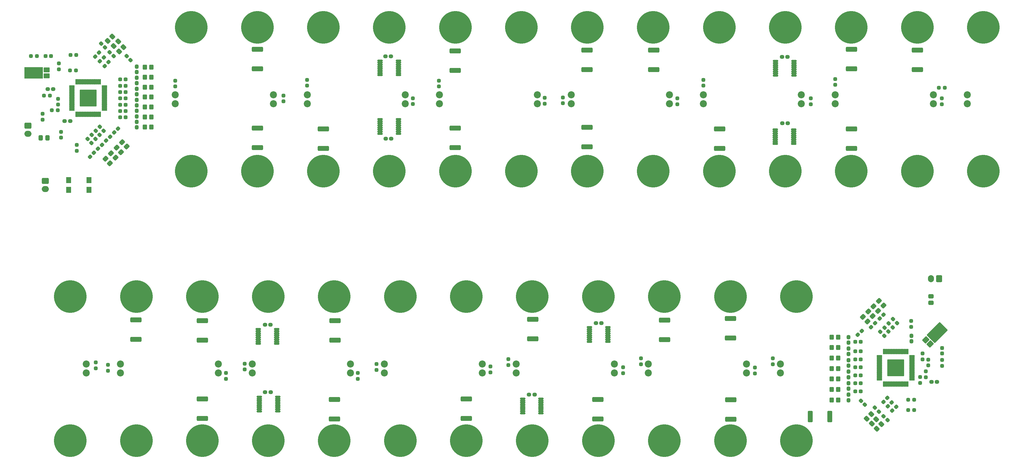
<source format=gbr>
%TF.GenerationSoftware,KiCad,Pcbnew,7.0.8*%
%TF.CreationDate,2023-12-06T14:39:46-05:00*%
%TF.ProjectId,BMS1,424d5331-2e6b-4696-9361-645f70636258,1*%
%TF.SameCoordinates,Original*%
%TF.FileFunction,Soldermask,Top*%
%TF.FilePolarity,Negative*%
%FSLAX46Y46*%
G04 Gerber Fmt 4.6, Leading zero omitted, Abs format (unit mm)*
G04 Created by KiCad (PCBNEW 7.0.8) date 2023-12-06 14:39:46*
%MOMM*%
%LPD*%
G01*
G04 APERTURE LIST*
G04 Aperture macros list*
%AMRoundRect*
0 Rectangle with rounded corners*
0 $1 Rounding radius*
0 $2 $3 $4 $5 $6 $7 $8 $9 X,Y pos of 4 corners*
0 Add a 4 corners polygon primitive as box body*
4,1,4,$2,$3,$4,$5,$6,$7,$8,$9,$2,$3,0*
0 Add four circle primitives for the rounded corners*
1,1,$1+$1,$2,$3*
1,1,$1+$1,$4,$5*
1,1,$1+$1,$6,$7*
1,1,$1+$1,$8,$9*
0 Add four rect primitives between the rounded corners*
20,1,$1+$1,$2,$3,$4,$5,0*
20,1,$1+$1,$4,$5,$6,$7,0*
20,1,$1+$1,$6,$7,$8,$9,0*
20,1,$1+$1,$8,$9,$2,$3,0*%
G04 Aperture macros list end*
%ADD10RoundRect,0.349999X-1.425001X0.450001X-1.425001X-0.450001X1.425001X-0.450001X1.425001X0.450001X0*%
%ADD11RoundRect,0.350000X-0.350000X-0.450000X0.350000X-0.450000X0.350000X0.450000X-0.350000X0.450000X0*%
%ADD12RoundRect,0.337500X-0.044194X-0.380070X0.380070X0.044194X0.044194X0.380070X-0.380070X-0.044194X0*%
%ADD13RoundRect,0.337500X0.371231X-0.035355X-0.035355X0.371231X-0.371231X0.035355X0.035355X-0.371231X0*%
%ADD14RoundRect,0.337500X-0.237500X0.300000X-0.237500X-0.300000X0.237500X-0.300000X0.237500X0.300000X0*%
%ADD15C,10.200000*%
%ADD16C,2.200000*%
%ADD17RoundRect,0.200000X-0.637500X-0.100000X0.637500X-0.100000X0.637500X0.100000X-0.637500X0.100000X0*%
%ADD18RoundRect,0.337500X0.380070X-0.044194X-0.044194X0.380070X-0.380070X0.044194X0.044194X-0.380070X0*%
%ADD19RoundRect,0.337500X0.300000X0.237500X-0.300000X0.237500X-0.300000X-0.237500X0.300000X-0.237500X0*%
%ADD20RoundRect,0.337500X0.237500X-0.250000X0.237500X0.250000X-0.237500X0.250000X-0.237500X-0.250000X0*%
%ADD21RoundRect,0.337500X-0.237500X0.250000X-0.237500X-0.250000X0.237500X-0.250000X0.237500X0.250000X0*%
%ADD22RoundRect,0.337500X0.250000X0.237500X-0.250000X0.237500X-0.250000X-0.237500X0.250000X-0.237500X0*%
%ADD23RoundRect,0.350000X-0.565685X-0.070711X-0.070711X-0.565685X0.565685X0.070711X0.070711X0.565685X0*%
%ADD24RoundRect,0.100000X2.785600X1.705400X-2.785600X1.705400X-2.785600X-1.705400X2.785600X-1.705400X0*%
%ADD25RoundRect,0.100000X0.801600X0.695000X-0.801600X0.695000X-0.801600X-0.695000X0.801600X-0.695000X0*%
%ADD26RoundRect,0.100000X0.700000X0.825000X-0.700000X0.825000X-0.700000X-0.825000X0.700000X-0.825000X0*%
%ADD27RoundRect,0.337500X0.237500X-0.300000X0.237500X0.300000X-0.237500X0.300000X-0.237500X-0.300000X0*%
%ADD28RoundRect,0.100000X0.125000X0.750000X-0.125000X0.750000X-0.125000X-0.750000X0.125000X-0.750000X0*%
%ADD29RoundRect,0.100000X0.750000X-0.125000X0.750000X0.125000X-0.750000X0.125000X-0.750000X-0.125000X0*%
%ADD30RoundRect,0.100000X2.500000X-2.500000X2.500000X2.500000X-2.500000X2.500000X-2.500000X-2.500000X0*%
%ADD31RoundRect,0.337500X0.035355X0.371231X-0.371231X-0.035355X-0.035355X-0.371231X0.371231X0.035355X0*%
%ADD32RoundRect,0.337500X0.287500X0.237500X-0.287500X0.237500X-0.287500X-0.237500X0.287500X-0.237500X0*%
%ADD33RoundRect,0.349999X1.425001X-0.450001X1.425001X0.450001X-1.425001X0.450001X-1.425001X-0.450001X0*%
%ADD34RoundRect,0.350000X0.565685X0.070711X0.070711X0.565685X-0.565685X-0.070711X-0.070711X-0.565685X0*%
%ADD35RoundRect,0.337500X-0.035355X-0.371231X0.371231X0.035355X0.035355X0.371231X-0.371231X-0.035355X0*%
%ADD36RoundRect,0.350000X0.350000X0.450000X-0.350000X0.450000X-0.350000X-0.450000X0.350000X-0.450000X0*%
%ADD37RoundRect,0.350000X0.600000X0.750000X-0.600000X0.750000X-0.600000X-0.750000X0.600000X-0.750000X0*%
%ADD38O,1.900000X2.200000*%
%ADD39RoundRect,0.337500X-0.371231X0.035355X0.035355X-0.371231X0.371231X-0.035355X-0.035355X0.371231X0*%
%ADD40RoundRect,0.100000X-0.763817X-3.175617X3.175617X0.763817X0.763817X3.175617X-3.175617X-0.763817X0*%
%ADD41RoundRect,0.100000X-0.075378X-1.058256X1.058256X0.075378X0.075378X1.058256X-1.058256X-0.075378X0*%
%ADD42RoundRect,0.350000X-0.070711X0.565685X-0.565685X0.070711X0.070711X-0.565685X0.565685X-0.070711X0*%
%ADD43RoundRect,0.350000X-0.750000X0.600000X-0.750000X-0.600000X0.750000X-0.600000X0.750000X0.600000X0*%
%ADD44O,2.200000X1.900000*%
%ADD45RoundRect,0.337500X-0.250000X-0.237500X0.250000X-0.237500X0.250000X0.237500X-0.250000X0.237500X0*%
%ADD46RoundRect,0.337500X-0.300000X-0.237500X0.300000X-0.237500X0.300000X0.237500X-0.300000X0.237500X0*%
%ADD47RoundRect,0.337500X0.237500X-0.287500X0.237500X0.287500X-0.237500X0.287500X-0.237500X-0.287500X0*%
%ADD48RoundRect,0.337500X-0.287500X-0.237500X0.287500X-0.237500X0.287500X0.237500X-0.287500X0.237500X0*%
%ADD49RoundRect,0.337500X-0.380070X0.044194X0.044194X-0.380070X0.380070X-0.044194X-0.044194X0.380070X0*%
%ADD50RoundRect,0.337500X0.044194X0.380070X-0.380070X-0.044194X-0.044194X-0.380070X0.380070X0.044194X0*%
%ADD51RoundRect,0.350000X-0.337500X-0.475000X0.337500X-0.475000X0.337500X0.475000X-0.337500X0.475000X0*%
%ADD52RoundRect,0.349999X-0.450001X-1.425001X0.450001X-1.425001X0.450001X1.425001X-0.450001X1.425001X0*%
%ADD53RoundRect,0.350000X0.070711X-0.565685X0.565685X-0.070711X-0.070711X0.565685X-0.565685X0.070711X0*%
%ADD54RoundRect,0.350000X0.475000X-0.337500X0.475000X0.337500X-0.475000X0.337500X-0.475000X-0.337500X0*%
%ADD55RoundRect,0.100000X-0.125000X-0.750000X0.125000X-0.750000X0.125000X0.750000X-0.125000X0.750000X0*%
%ADD56RoundRect,0.100000X-0.750000X0.125000X-0.750000X-0.125000X0.750000X-0.125000X0.750000X0.125000X0*%
%ADD57RoundRect,0.100000X-2.500000X2.500000X-2.500000X-2.500000X2.500000X-2.500000X2.500000X2.500000X0*%
G04 APERTURE END LIST*
D10*
%TO.C,R31*%
X129858000Y-125220000D03*
X129858000Y-131320000D03*
%TD*%
D11*
%TO.C,R24*%
X284912000Y-133658500D03*
X286912000Y-133658500D03*
%TD*%
D12*
%TO.C,C28*%
X55917598Y-71468696D03*
X57137358Y-70248936D03*
%TD*%
D13*
%TO.C,L23*%
X53888718Y-69672718D03*
X52651282Y-68435282D03*
%TD*%
D14*
%TO.C,C20*%
X290152000Y-137565500D03*
X290152000Y-139290500D03*
%TD*%
D15*
%TO.C,B3*%
X232676000Y-162708000D03*
X232676000Y-117708000D03*
D16*
X227676000Y-138808000D03*
X227676000Y-141608000D03*
%TD*%
D17*
%TO.C,U5*%
X105933500Y-127898000D03*
X105933500Y-128548000D03*
X105933500Y-129198000D03*
X105933500Y-129848000D03*
X105933500Y-130498000D03*
X105933500Y-131148000D03*
X105933500Y-131798000D03*
X105933500Y-132448000D03*
X111658500Y-132448000D03*
X111658500Y-131798000D03*
X111658500Y-131148000D03*
X111658500Y-130498000D03*
X111658500Y-129848000D03*
X111658500Y-129198000D03*
X111658500Y-128548000D03*
X111658500Y-127898000D03*
%TD*%
D13*
%TO.C,L24*%
X55158719Y-68402717D03*
X53921283Y-67165281D03*
%TD*%
D15*
%TO.C,B2*%
X253296000Y-117707999D03*
X253296000Y-162707999D03*
D16*
X258296000Y-141607999D03*
X258296000Y-138807999D03*
%TD*%
D12*
%TO.C,C30*%
X60964105Y-66422189D03*
X62183865Y-65202429D03*
%TD*%
D18*
%TO.C,C38*%
X60788100Y-42536100D03*
X59568340Y-41316340D03*
%TD*%
D19*
%TO.C,C1*%
X109798105Y-147545185D03*
X108073105Y-147545185D03*
%TD*%
%TO.C,C8*%
X271219000Y-63500000D03*
X269494000Y-63500000D03*
%TD*%
%TO.C,C2*%
X271118499Y-42775500D03*
X269393499Y-42775500D03*
%TD*%
D15*
%TO.C,B4*%
X212076000Y-117708000D03*
X212076000Y-162708000D03*
D16*
X217076000Y-141608000D03*
X217076000Y-138808000D03*
%TD*%
D20*
%TO.C,R45*%
X178372000Y-141374500D03*
X178372000Y-139549500D03*
%TD*%
D15*
%TO.C,B16*%
X270444000Y-33532500D03*
X270444000Y-78532500D03*
D16*
X275444000Y-57432500D03*
X275444000Y-54632500D03*
%TD*%
D21*
%TO.C,R51*%
X55182000Y-138279500D03*
X55182000Y-140104500D03*
%TD*%
D15*
%TO.C,B15*%
X291044000Y-78532500D03*
X291044000Y-33532500D03*
D16*
X286044000Y-54632500D03*
X286044000Y-57432500D03*
%TD*%
D22*
%TO.C,R4*%
X310626000Y-149987000D03*
X308801000Y-149987000D03*
%TD*%
D23*
%TO.C,R17*%
X296309573Y-122398012D03*
X297723787Y-123812226D03*
%TD*%
D24*
%TO.C,Q2*%
X35821900Y-47752000D03*
D25*
X39905499Y-48672001D03*
X39905499Y-46831999D03*
%TD*%
D20*
%TO.C,R44*%
X183960000Y-139088500D03*
X183960000Y-137263500D03*
%TD*%
D15*
%TO.C,B19*%
X208644000Y-78532500D03*
X208644000Y-33532500D03*
D16*
X203644000Y-54632500D03*
X203644000Y-57432500D03*
%TD*%
D15*
%TO.C,B13*%
X332244000Y-78532500D03*
X332244000Y-33532500D03*
D16*
X327244000Y-54632500D03*
X327244000Y-57432500D03*
%TD*%
D26*
%TO.C,T1*%
X53086000Y-84328000D03*
X53086000Y-81280000D03*
X46736000Y-81280000D03*
X46736000Y-84328000D03*
%TD*%
D21*
%TO.C,R5*%
X315044000Y-137412000D03*
X315044000Y-139237000D03*
%TD*%
D27*
%TO.C,C34*%
X68002000Y-54460149D03*
X68002000Y-52735149D03*
%TD*%
D20*
%TO.C,R84*%
X278384000Y-57554500D03*
X278384000Y-55729500D03*
%TD*%
D18*
%TO.C,C39*%
X58096000Y-39844000D03*
X56876240Y-38624240D03*
%TD*%
D28*
%TO.C,U10*%
X49082000Y-60701000D03*
X49582000Y-60701000D03*
X50082000Y-60701000D03*
X50582000Y-60701000D03*
X51082000Y-60701000D03*
X51582000Y-60701000D03*
X52082000Y-60701000D03*
X52582000Y-60701000D03*
X53082000Y-60701000D03*
X53582000Y-60701000D03*
X54082000Y-60701000D03*
X54582000Y-60701000D03*
X55082000Y-60701000D03*
X55582000Y-60701000D03*
X56082000Y-60701000D03*
X56582000Y-60701000D03*
D29*
X57907000Y-59376000D03*
X57907000Y-58876000D03*
X57907000Y-58376000D03*
X57907000Y-57876000D03*
X57907000Y-57376000D03*
X57907000Y-56876000D03*
X57907000Y-56376000D03*
X57907000Y-55876000D03*
X57907000Y-55376000D03*
X57907000Y-54876000D03*
X57907000Y-54376000D03*
X57907000Y-53876000D03*
X57907000Y-53376000D03*
X57907000Y-52876000D03*
X57907000Y-52376000D03*
X57907000Y-51876000D03*
D28*
X56582000Y-50551000D03*
X56082000Y-50551000D03*
X55582000Y-50551000D03*
X55082000Y-50551000D03*
X54582000Y-50551000D03*
X54082000Y-50551000D03*
X53582000Y-50551000D03*
X53082000Y-50551000D03*
X52582000Y-50551000D03*
X52082000Y-50551000D03*
X51582000Y-50551000D03*
X51082000Y-50551000D03*
X50582000Y-50551000D03*
X50082000Y-50551000D03*
X49582000Y-50551000D03*
X49082000Y-50551000D03*
D29*
X47757000Y-51876000D03*
X47757000Y-52376000D03*
X47757000Y-52876000D03*
X47757000Y-53376000D03*
X47757000Y-53876000D03*
X47757000Y-54376000D03*
X47757000Y-54876000D03*
X47757000Y-55376000D03*
X47757000Y-55876000D03*
X47757000Y-56376000D03*
X47757000Y-56876000D03*
X47757000Y-57376000D03*
X47757000Y-57876000D03*
X47757000Y-58376000D03*
X47757000Y-58876000D03*
X47757000Y-59376000D03*
D30*
X52832000Y-55626000D03*
%TD*%
D20*
%TO.C,R85*%
X244856000Y-51759500D03*
X244856000Y-49934500D03*
%TD*%
D15*
%TO.C,B20*%
X188044000Y-33532500D03*
X188044000Y-78532500D03*
D16*
X193044000Y-57432500D03*
X193044000Y-54632500D03*
%TD*%
D31*
%TO.C,L18*%
X57730038Y-42902601D03*
X56492602Y-44140037D03*
%TD*%
D20*
%TO.C,R40*%
X266510000Y-138834500D03*
X266510000Y-137009500D03*
%TD*%
D19*
%TO.C,C3*%
X192188500Y-148336001D03*
X190463500Y-148336001D03*
%TD*%
D14*
%TO.C,C32*%
X68002000Y-59643949D03*
X68002000Y-61368949D03*
%TD*%
D32*
%TO.C,L28*%
X64559001Y-57729800D03*
X62809001Y-57729800D03*
%TD*%
D33*
%TO.C,R67*%
X291084000Y-71376000D03*
X291084000Y-65276000D03*
%TD*%
D34*
%TO.C,R58*%
X59632707Y-76043507D03*
X58218493Y-74629293D03*
%TD*%
D10*
%TO.C,R72*%
X311658000Y-40636000D03*
X311658000Y-46736000D03*
%TD*%
D35*
%TO.C,L15*%
X301046682Y-150622218D03*
X302284118Y-149384782D03*
%TD*%
D36*
%TO.C,R65*%
X72542000Y-55338000D03*
X70542000Y-55338000D03*
%TD*%
D37*
%TO.C,J3*%
X318413000Y-112141000D03*
D38*
X315913000Y-112141000D03*
%TD*%
D39*
%TO.C,L7*%
X304049282Y-124755282D03*
X305286718Y-125992718D03*
%TD*%
D17*
%TO.C,U4*%
X143980315Y-43920475D03*
X143980315Y-44570475D03*
X143980315Y-45220475D03*
X143980315Y-45870475D03*
X143980315Y-46520475D03*
X143980315Y-47170475D03*
X143980315Y-47820475D03*
X143980315Y-48470475D03*
X149705315Y-48470475D03*
X149705315Y-47820475D03*
X149705315Y-47170475D03*
X149705315Y-46520475D03*
X149705315Y-45870475D03*
X149705315Y-45220475D03*
X149705315Y-44570475D03*
X149705315Y-43920475D03*
%TD*%
D14*
%TO.C,C21*%
X290152000Y-141168759D03*
X290152000Y-142893759D03*
%TD*%
D15*
%TO.C,B18*%
X229244000Y-33532500D03*
X229244000Y-78532500D03*
D16*
X234244000Y-57432500D03*
X234244000Y-54632500D03*
%TD*%
D17*
%TO.C,U6*%
X188463500Y-149617000D03*
X188463500Y-150267000D03*
X188463500Y-150917000D03*
X188463500Y-151567000D03*
X188463500Y-152217000D03*
X188463500Y-152867000D03*
X188463500Y-153517000D03*
X188463500Y-154167000D03*
X194188500Y-154167000D03*
X194188500Y-153517000D03*
X194188500Y-152867000D03*
X194188500Y-152217000D03*
X194188500Y-151567000D03*
X194188500Y-150917000D03*
X194188500Y-150267000D03*
X194188500Y-149617000D03*
%TD*%
D22*
%TO.C,R81*%
X320214000Y-52451000D03*
X318389000Y-52451000D03*
%TD*%
D27*
%TO.C,C35*%
X68002000Y-51005749D03*
X68002000Y-49280749D03*
%TD*%
D20*
%TO.C,R88*%
X195326000Y-57404000D03*
X195326000Y-55579000D03*
%TD*%
D40*
%TO.C,Q1*%
X317852202Y-128997798D03*
D41*
X314314123Y-131234799D03*
X315615201Y-132535877D03*
%TD*%
D21*
%TO.C,R47*%
X136970000Y-141581500D03*
X136970000Y-143406500D03*
%TD*%
D17*
%TO.C,U3*%
X267393500Y-44056500D03*
X267393500Y-44706500D03*
X267393500Y-45356500D03*
X267393500Y-46006500D03*
X267393500Y-46656500D03*
X267393500Y-47306500D03*
X267393500Y-47956500D03*
X267393500Y-48606500D03*
X273118500Y-48606500D03*
X273118500Y-47956500D03*
X273118500Y-47306500D03*
X273118500Y-46656500D03*
X273118500Y-46006500D03*
X273118500Y-45356500D03*
X273118500Y-44706500D03*
X273118500Y-44056500D03*
%TD*%
D20*
%TO.C,R95*%
X319405000Y-139342500D03*
X319405000Y-137517500D03*
%TD*%
D11*
%TO.C,R22*%
X284912000Y-150027200D03*
X286912000Y-150027200D03*
%TD*%
D23*
%TO.C,R20*%
X297966673Y-120755113D03*
X299380887Y-122169327D03*
%TD*%
D21*
%TO.C,R1*%
X313266000Y-135483500D03*
X313266000Y-137308500D03*
%TD*%
D20*
%TO.C,R89*%
X162306000Y-52013500D03*
X162306000Y-50188500D03*
%TD*%
D15*
%TO.C,B6*%
X170876000Y-117707999D03*
X170876000Y-162707999D03*
D16*
X175876000Y-141607999D03*
X175876000Y-138807999D03*
%TD*%
D15*
%TO.C,B17*%
X249844000Y-78532500D03*
X249844000Y-33532500D03*
D16*
X244844000Y-54632500D03*
X244844000Y-57432500D03*
%TD*%
D36*
%TO.C,R61*%
X72542000Y-45953149D03*
X70542000Y-45953149D03*
%TD*%
D14*
%TO.C,C23*%
X290152001Y-148375280D03*
X290152001Y-150100280D03*
%TD*%
D32*
%TO.C,L29*%
X64559000Y-53771700D03*
X62809000Y-53771700D03*
%TD*%
D21*
%TO.C,R50*%
X58992000Y-139041500D03*
X58992000Y-140866500D03*
%TD*%
D14*
%TO.C,C22*%
X290152000Y-144772020D03*
X290152000Y-146497020D03*
%TD*%
D21*
%TO.C,R48*%
X101664000Y-138684000D03*
X101664000Y-140509000D03*
%TD*%
D15*
%TO.C,B21*%
X167444000Y-78532500D03*
X167444000Y-33532500D03*
D16*
X162444000Y-54632500D03*
X162444000Y-57432500D03*
%TD*%
D33*
%TO.C,R30*%
X253429000Y-156085000D03*
X253429000Y-149985000D03*
%TD*%
D15*
%TO.C,B14*%
X311644000Y-33532500D03*
X311644000Y-78532500D03*
D16*
X316644000Y-57432500D03*
X316644000Y-54632500D03*
%TD*%
D42*
%TO.C,R53*%
X62215827Y-37948713D03*
X60801613Y-39362927D03*
%TD*%
D20*
%TO.C,R90*%
X154178000Y-57531000D03*
X154178000Y-55706000D03*
%TD*%
D19*
%TO.C,C14*%
X47217500Y-62865000D03*
X45492500Y-62865000D03*
%TD*%
D43*
%TO.C,J2*%
X34053000Y-64282000D03*
D44*
X34053000Y-66782000D03*
%TD*%
D20*
%TO.C,R91*%
X121158000Y-51759500D03*
X121158000Y-49934500D03*
%TD*%
D15*
%TO.C,B9*%
X109076000Y-162707999D03*
X109076000Y-117707999D03*
D16*
X104076000Y-138807999D03*
X104076000Y-141607999D03*
%TD*%
D17*
%TO.C,U8*%
X267325000Y-65428500D03*
X267325000Y-66078500D03*
X267325000Y-66728500D03*
X267325000Y-67378500D03*
X267325000Y-68028500D03*
X267325000Y-68678500D03*
X267325000Y-69328500D03*
X267325000Y-69978500D03*
X273050000Y-69978500D03*
X273050000Y-69328500D03*
X273050000Y-68678500D03*
X273050000Y-68028500D03*
X273050000Y-67378500D03*
X273050000Y-66728500D03*
X273050000Y-66078500D03*
X273050000Y-65428500D03*
%TD*%
D33*
%TO.C,R69*%
X105664000Y-71122000D03*
X105664000Y-65022000D03*
%TD*%
D15*
%TO.C,B24*%
X105644000Y-33532500D03*
X105644000Y-78532500D03*
D16*
X110644000Y-57432500D03*
X110644000Y-54632500D03*
%TD*%
D45*
%TO.C,R94*%
X35005000Y-42545000D03*
X36830000Y-42545000D03*
%TD*%
D10*
%TO.C,R75*%
X105664000Y-40384000D03*
X105664000Y-46484000D03*
%TD*%
D45*
%TO.C,R8*%
X47324000Y-42164000D03*
X49149000Y-42164000D03*
%TD*%
D33*
%TO.C,R77*%
X126238000Y-71376000D03*
X126238000Y-65276000D03*
%TD*%
D15*
%TO.C,B8*%
X129676000Y-117708000D03*
X129676000Y-162708000D03*
D16*
X134676000Y-141608000D03*
X134676000Y-138808000D03*
%TD*%
D36*
%TO.C,R52*%
X72542000Y-49081434D03*
X70542000Y-49081434D03*
%TD*%
D34*
%TO.C,R59*%
X61376907Y-74299307D03*
X59962693Y-72885093D03*
%TD*%
D45*
%TO.C,R9*%
X47197000Y-46990000D03*
X49022000Y-46990000D03*
%TD*%
D31*
%TO.C,L27*%
X59214938Y-44387502D03*
X57977502Y-45624938D03*
%TD*%
D11*
%TO.C,R23*%
X284912000Y-130384800D03*
X286912000Y-130384800D03*
%TD*%
D34*
%TO.C,R13*%
X301087987Y-120476427D03*
X299673773Y-119062213D03*
%TD*%
D46*
%TO.C,C12*%
X40185000Y-52832000D03*
X41910000Y-52832000D03*
%TD*%
D12*
%TO.C,C27*%
X53394345Y-73991949D03*
X54614105Y-72772189D03*
%TD*%
D20*
%TO.C,R79*%
X49276000Y-72136000D03*
X49276000Y-70311000D03*
%TD*%
D36*
%TO.C,R64*%
X72542000Y-58466283D03*
X70542000Y-58466283D03*
%TD*%
D47*
%TO.C,D2*%
X319405000Y-135495000D03*
X319405000Y-133745000D03*
%TD*%
D10*
%TO.C,R74*%
X229362000Y-40638000D03*
X229362000Y-46738000D03*
%TD*%
D20*
%TO.C,R43*%
X219774000Y-141628500D03*
X219774000Y-139803500D03*
%TD*%
D19*
%TO.C,C4*%
X147350815Y-42639474D03*
X145625815Y-42639474D03*
%TD*%
D48*
%TO.C,D1*%
X39525001Y-42545000D03*
X41275001Y-42545000D03*
%TD*%
D36*
%TO.C,R62*%
X72542000Y-64722849D03*
X70542000Y-64722849D03*
%TD*%
D49*
%TO.C,C24*%
X294052120Y-150264120D03*
X295271880Y-151483880D03*
%TD*%
D21*
%TO.C,R87*%
X201041000Y-55428500D03*
X201041000Y-57253500D03*
%TD*%
D10*
%TO.C,R78*%
X208534000Y-40638000D03*
X208534000Y-46738000D03*
%TD*%
%TO.C,R37*%
X88476000Y-125220000D03*
X88476000Y-131320000D03*
%TD*%
D15*
%TO.C,B10*%
X88476000Y-117708000D03*
X88476000Y-162708000D03*
D16*
X93476000Y-141608000D03*
X93476000Y-138808000D03*
%TD*%
D39*
%TO.C,L8*%
X301409282Y-127395282D03*
X302646718Y-128632718D03*
%TD*%
D50*
%TO.C,C15*%
X301113880Y-123340120D03*
X299894120Y-124559880D03*
%TD*%
D46*
%TO.C,C6*%
X145722000Y-68326000D03*
X147447000Y-68326000D03*
%TD*%
D12*
%TO.C,C29*%
X58440851Y-68945443D03*
X59660611Y-67725683D03*
%TD*%
D15*
%TO.C,B12*%
X47276000Y-117707999D03*
X47276000Y-162707999D03*
D16*
X52276000Y-141607999D03*
X52276000Y-138807999D03*
%TD*%
D20*
%TO.C,R11*%
X43434000Y-57705000D03*
X43434000Y-55880000D03*
%TD*%
D15*
%TO.C,B25*%
X85044000Y-78532500D03*
X85044000Y-33532500D03*
D16*
X80044000Y-54632500D03*
X80044000Y-57432500D03*
%TD*%
D10*
%TO.C,R70*%
X291084000Y-40382000D03*
X291084000Y-46482000D03*
%TD*%
D17*
%TO.C,U2*%
X209311500Y-127263000D03*
X209311500Y-127913000D03*
X209311500Y-128563000D03*
X209311500Y-129213000D03*
X209311500Y-129863000D03*
X209311500Y-130513000D03*
X209311500Y-131163000D03*
X209311500Y-131813000D03*
X215036500Y-131813000D03*
X215036500Y-131163000D03*
X215036500Y-130513000D03*
X215036500Y-129863000D03*
X215036500Y-129213000D03*
X215036500Y-128563000D03*
X215036500Y-127913000D03*
X215036500Y-127263000D03*
%TD*%
D48*
%TO.C,L16*%
X292263000Y-147318000D03*
X294013000Y-147318000D03*
%TD*%
D15*
%TO.C,B11*%
X67876000Y-162708000D03*
X67876000Y-117708000D03*
D16*
X62876000Y-138808000D03*
X62876000Y-141608000D03*
%TD*%
D45*
%TO.C,R10*%
X39069000Y-54864000D03*
X40894000Y-54864000D03*
%TD*%
D10*
%TO.C,R68*%
X167386000Y-40892000D03*
X167386000Y-46992000D03*
%TD*%
D51*
%TO.C,C10*%
X38057000Y-68072000D03*
X40132000Y-68072000D03*
%TD*%
D15*
%TO.C,B22*%
X146844000Y-33532500D03*
X146844000Y-78532500D03*
D16*
X151844000Y-57432500D03*
X151844000Y-54632500D03*
%TD*%
D20*
%TO.C,R86*%
X236728000Y-57554500D03*
X236728000Y-55729500D03*
%TD*%
D48*
%TO.C,L9*%
X292263000Y-134829670D03*
X294013000Y-134829670D03*
%TD*%
D21*
%TO.C,R80*%
X38608000Y-60555500D03*
X38608000Y-62380500D03*
%TD*%
D11*
%TO.C,R15*%
X284912000Y-146753500D03*
X286912000Y-146753500D03*
%TD*%
D52*
%TO.C,R32*%
X278192001Y-155194000D03*
X284292001Y-155194000D03*
%TD*%
D34*
%TO.C,R56*%
X64865307Y-70810907D03*
X63451093Y-69396693D03*
%TD*%
D33*
%TO.C,R28*%
X129731000Y-155958000D03*
X129731000Y-149858000D03*
%TD*%
D53*
%TO.C,R16*%
X297424400Y-157446300D03*
X298838614Y-156032086D03*
%TD*%
D50*
%TO.C,C16*%
X298419780Y-126034220D03*
X297200020Y-127253980D03*
%TD*%
D11*
%TO.C,R26*%
X284912000Y-140206000D03*
X286912000Y-140206000D03*
%TD*%
D32*
%TO.C,L31*%
X64559000Y-55750800D03*
X62809000Y-55750800D03*
%TD*%
D15*
%TO.C,B1*%
X273876000Y-162708000D03*
X273876000Y-117708000D03*
D16*
X268876000Y-138808000D03*
X268876000Y-141608000D03*
%TD*%
D27*
%TO.C,C36*%
X68002000Y-47551349D03*
X68002000Y-45826349D03*
%TD*%
D20*
%TO.C,R42*%
X225362000Y-138834500D03*
X225362000Y-137009500D03*
%TD*%
D22*
%TO.C,R3*%
X310633317Y-153183790D03*
X308808317Y-153183790D03*
%TD*%
D33*
%TO.C,R76*%
X208536000Y-70868000D03*
X208536000Y-64768000D03*
%TD*%
D23*
%TO.C,R18*%
X294659574Y-124048012D03*
X296073788Y-125462226D03*
%TD*%
D53*
%TO.C,R19*%
X295868800Y-155890700D03*
X297283014Y-154476486D03*
%TD*%
D33*
%TO.C,R34*%
X211900000Y-155958000D03*
X211900000Y-149858000D03*
%TD*%
D15*
%TO.C,B5*%
X191476000Y-162708000D03*
X191476000Y-117708000D03*
D16*
X186476000Y-138808000D03*
X186476000Y-141608000D03*
%TD*%
D36*
%TO.C,R63*%
X72542000Y-61594566D03*
X70542000Y-61594566D03*
%TD*%
D20*
%TO.C,R41*%
X260922000Y-141732000D03*
X260922000Y-139907000D03*
%TD*%
D32*
%TO.C,L21*%
X64559001Y-61688000D03*
X62809001Y-61688000D03*
%TD*%
D35*
%TO.C,L1*%
X302425282Y-152000718D03*
X303662718Y-150763282D03*
%TD*%
D21*
%TO.C,R12*%
X43688000Y-44807500D03*
X43688000Y-46632500D03*
%TD*%
D42*
%TO.C,R66*%
X60377327Y-36393114D03*
X58963113Y-37807328D03*
%TD*%
D17*
%TO.C,U1*%
X106268605Y-149024185D03*
X106268605Y-149674185D03*
X106268605Y-150324185D03*
X106268605Y-150974185D03*
X106268605Y-151624185D03*
X106268605Y-152274185D03*
X106268605Y-152924185D03*
X106268605Y-153574185D03*
X111993605Y-153574185D03*
X111993605Y-152924185D03*
X111993605Y-152274185D03*
X111993605Y-151624185D03*
X111993605Y-150974185D03*
X111993605Y-150324185D03*
X111993605Y-149674185D03*
X111993605Y-149024185D03*
%TD*%
D20*
%TO.C,R92*%
X113792000Y-56665500D03*
X113792000Y-54840500D03*
%TD*%
D49*
%TO.C,C26*%
X301101413Y-155125627D03*
X302321173Y-156345387D03*
%TD*%
D48*
%TO.C,L14*%
X292262999Y-144820334D03*
X294012999Y-144820334D03*
%TD*%
%TO.C,L13*%
X292263000Y-142322668D03*
X294013000Y-142322668D03*
%TD*%
D20*
%TO.C,R93*%
X80010000Y-52013500D03*
X80010000Y-50188500D03*
%TD*%
D33*
%TO.C,R35*%
X88476000Y-155831000D03*
X88476000Y-149731000D03*
%TD*%
D32*
%TO.C,L26*%
X64559001Y-59708900D03*
X62809001Y-59708900D03*
%TD*%
D43*
%TO.C,J1*%
X39442000Y-81554000D03*
D44*
X39442000Y-84054000D03*
%TD*%
D13*
%TO.C,L20*%
X57698718Y-65862718D03*
X56461282Y-64625282D03*
%TD*%
D19*
%TO.C,C11*%
X317791500Y-144399000D03*
X316066500Y-144399000D03*
%TD*%
D15*
%TO.C,B23*%
X126244000Y-78532500D03*
X126244000Y-33532500D03*
D16*
X121244000Y-54632500D03*
X121244000Y-57432500D03*
%TD*%
D14*
%TO.C,C13*%
X309775000Y-129972000D03*
X309775000Y-131697000D03*
%TD*%
%TO.C,C19*%
X290152000Y-133962240D03*
X290152000Y-135687240D03*
%TD*%
D31*
%TO.C,L17*%
X56245139Y-41417702D03*
X55007703Y-42655138D03*
%TD*%
D11*
%TO.C,R21*%
X284912000Y-143479700D03*
X286912000Y-143479700D03*
%TD*%
D20*
%TO.C,R82*%
X319278000Y-57554500D03*
X319278000Y-55729500D03*
%TD*%
D39*
%TO.C,L3*%
X302729282Y-126075282D03*
X303966718Y-127312718D03*
%TD*%
D10*
%TO.C,R27*%
X253302000Y-124585000D03*
X253302000Y-130685000D03*
%TD*%
D13*
%TO.C,L25*%
X56428718Y-67132718D03*
X55191282Y-65895282D03*
%TD*%
D27*
%TO.C,C33*%
X68002000Y-57914549D03*
X68002000Y-56189549D03*
%TD*%
D33*
%TO.C,R71*%
X167386000Y-71122000D03*
X167386000Y-65022000D03*
%TD*%
D21*
%TO.C,R49*%
X95822000Y-141581500D03*
X95822000Y-143406500D03*
%TD*%
D18*
%TO.C,C37*%
X66071879Y-43755880D03*
X64852119Y-42536120D03*
%TD*%
D33*
%TO.C,R38*%
X170879000Y-155830999D03*
X170879000Y-149730999D03*
%TD*%
D32*
%TO.C,L32*%
X64559000Y-51792600D03*
X62809000Y-51792600D03*
%TD*%
D10*
%TO.C,R33*%
X232728000Y-125093000D03*
X232728000Y-131193000D03*
%TD*%
D50*
%TO.C,C17*%
X294297880Y-128420120D03*
X293078120Y-129639880D03*
%TD*%
D42*
%TO.C,R57*%
X63877527Y-39681113D03*
X62463313Y-41095327D03*
%TD*%
D48*
%TO.C,L12*%
X292263000Y-139825001D03*
X294013000Y-139825001D03*
%TD*%
D21*
%TO.C,R54*%
X44380000Y-66213000D03*
X44380000Y-68038000D03*
%TD*%
D11*
%TO.C,R25*%
X284912000Y-136932300D03*
X286912000Y-136932300D03*
%TD*%
D54*
%TO.C,C9*%
X315913000Y-119677000D03*
X315913000Y-117602000D03*
%TD*%
D53*
%TO.C,R14*%
X298979999Y-159002000D03*
X300394213Y-157587786D03*
%TD*%
D27*
%TO.C,C31*%
X68002000Y-64823349D03*
X68002000Y-63098349D03*
%TD*%
D32*
%TO.C,L30*%
X64559000Y-49813500D03*
X62809000Y-49813500D03*
%TD*%
D48*
%TO.C,L4*%
X292263000Y-131826000D03*
X294013000Y-131826000D03*
%TD*%
D45*
%TO.C,R6*%
X41505500Y-59436000D03*
X43330500Y-59436000D03*
%TD*%
D19*
%TO.C,C7*%
X109759000Y-126490000D03*
X108034000Y-126490000D03*
%TD*%
D20*
%TO.C,R7*%
X314262000Y-142896500D03*
X314262000Y-141071500D03*
%TD*%
%TO.C,R83*%
X286004000Y-51505500D03*
X286004000Y-49680500D03*
%TD*%
D15*
%TO.C,B7*%
X150276000Y-162708000D03*
X150276000Y-117708000D03*
D16*
X145276000Y-138808000D03*
X145276000Y-141608000D03*
%TD*%
D14*
%TO.C,C18*%
X290152000Y-130358981D03*
X290152000Y-132083981D03*
%TD*%
D21*
%TO.C,R46*%
X142812000Y-138787501D03*
X142812000Y-140612501D03*
%TD*%
D10*
%TO.C,R36*%
X191580000Y-124839000D03*
X191580000Y-130939000D03*
%TD*%
D34*
%TO.C,R55*%
X63121107Y-72555107D03*
X61706893Y-71140893D03*
%TD*%
D33*
%TO.C,R73*%
X249936000Y-71378000D03*
X249936000Y-65278000D03*
%TD*%
D17*
%TO.C,U7*%
X143949500Y-62241000D03*
X143949500Y-62891000D03*
X143949500Y-63541000D03*
X143949500Y-64191000D03*
X143949500Y-64841000D03*
X143949500Y-65491000D03*
X143949500Y-66141000D03*
X143949500Y-66791000D03*
X149674500Y-66791000D03*
X149674500Y-66141000D03*
X149674500Y-65491000D03*
X149674500Y-64841000D03*
X149674500Y-64191000D03*
X149674500Y-63541000D03*
X149674500Y-62891000D03*
X149674500Y-62241000D03*
%TD*%
D10*
%TO.C,R29*%
X67755000Y-124966000D03*
X67755000Y-131066000D03*
%TD*%
D49*
%TO.C,C25*%
X298407413Y-152431527D03*
X299627173Y-153651287D03*
%TD*%
D20*
%TO.C,R2*%
X312484000Y-144674500D03*
X312484000Y-142849500D03*
%TD*%
D39*
%TO.C,L11*%
X300089282Y-128715282D03*
X301326718Y-129952718D03*
%TD*%
D36*
%TO.C,R60*%
X72542000Y-52209717D03*
X70542000Y-52209717D03*
%TD*%
D55*
%TO.C,U9*%
X308634000Y-134877000D03*
X308134000Y-134877000D03*
X307634000Y-134877000D03*
X307134000Y-134877000D03*
X306634000Y-134877000D03*
X306134000Y-134877000D03*
X305634000Y-134877000D03*
X305134000Y-134877000D03*
X304634000Y-134877000D03*
X304134000Y-134877000D03*
X303634000Y-134877000D03*
X303134000Y-134877000D03*
X302634000Y-134877000D03*
X302134000Y-134877000D03*
X301634000Y-134877000D03*
X301134000Y-134877000D03*
D56*
X299809000Y-136202000D03*
X299809000Y-136702000D03*
X299809000Y-137202000D03*
X299809000Y-137702000D03*
X299809000Y-138202000D03*
X299809000Y-138702000D03*
X299809000Y-139202000D03*
X299809000Y-139702000D03*
X299809000Y-140202000D03*
X299809000Y-140702000D03*
X299809000Y-141202000D03*
X299809000Y-141702000D03*
X299809000Y-142202000D03*
X299809000Y-142702000D03*
X299809000Y-143202000D03*
X299809000Y-143702000D03*
D55*
X301134000Y-145027000D03*
X301634000Y-145027000D03*
X302134000Y-145027000D03*
X302634000Y-145027000D03*
X303134000Y-145027000D03*
X303634000Y-145027000D03*
X304134000Y-145027000D03*
X304634000Y-145027000D03*
X305134000Y-145027000D03*
X305634000Y-145027000D03*
X306134000Y-145027000D03*
X306634000Y-145027000D03*
X307134000Y-145027000D03*
X307634000Y-145027000D03*
X308134000Y-145027000D03*
X308634000Y-145027000D03*
D56*
X309959000Y-143702000D03*
X309959000Y-143202000D03*
X309959000Y-142702000D03*
X309959000Y-142202000D03*
X309959000Y-141702000D03*
X309959000Y-141202000D03*
X309959000Y-140702000D03*
X309959000Y-140202000D03*
X309959000Y-139702000D03*
X309959000Y-139202000D03*
X309959000Y-138702000D03*
X309959000Y-138202000D03*
X309959000Y-137702000D03*
X309959000Y-137202000D03*
X309959000Y-136702000D03*
X309959000Y-136202000D03*
D57*
X304884000Y-139952000D03*
%TD*%
D48*
%TO.C,L10*%
X292263000Y-137327336D03*
X294013000Y-137327336D03*
%TD*%
D20*
%TO.C,R39*%
X309710000Y-127148499D03*
X309710000Y-125323499D03*
%TD*%
D19*
%TO.C,C5*%
X213036500Y-125982000D03*
X211311500Y-125982000D03*
%TD*%
D35*
%TO.C,L2*%
X303803782Y-153379318D03*
X305041218Y-152141882D03*
%TD*%
M02*

</source>
